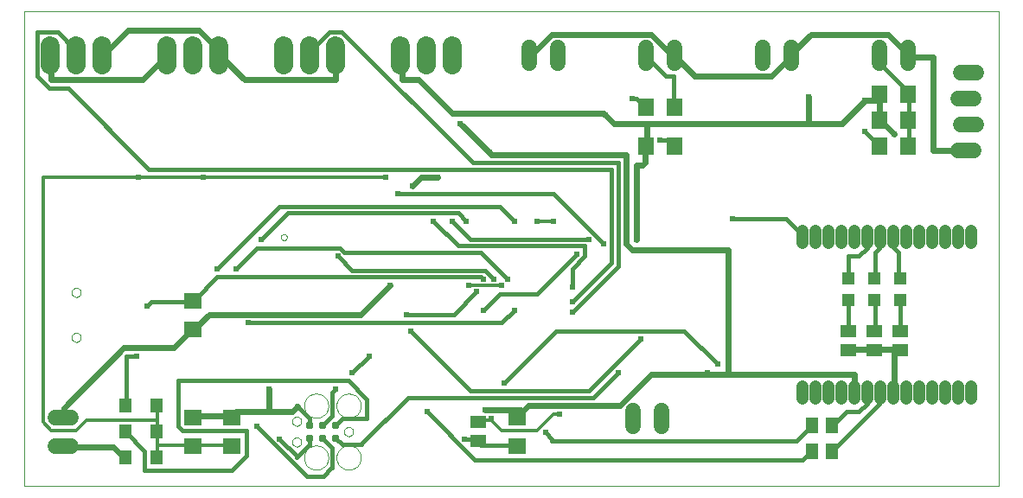
<source format=gbl>
G75*
%MOIN*%
%OFA0B0*%
%FSLAX24Y24*%
%IPPOS*%
%LPD*%
%AMOC8*
5,1,8,0,0,1.08239X$1,22.5*
%
%ADD10C,0.0000*%
%ADD11C,0.0310*%
%ADD12R,0.0709X0.0630*%
%ADD13R,0.0472X0.0551*%
%ADD14R,0.0630X0.0512*%
%ADD15C,0.0476*%
%ADD16R,0.0512X0.0591*%
%ADD17R,0.0472X0.0472*%
%ADD18R,0.0591X0.0512*%
%ADD19C,0.0600*%
%ADD20R,0.0630X0.0709*%
%ADD21C,0.0740*%
%ADD22C,0.0240*%
%ADD23C,0.0160*%
%ADD24C,0.0240*%
%ADD25C,0.0180*%
%ADD26C,0.0120*%
D10*
X003100Y000100D02*
X003100Y018396D01*
X040670Y018396D01*
X040670Y000100D01*
X003100Y000100D01*
X004923Y005834D02*
X004925Y005860D01*
X004931Y005886D01*
X004941Y005911D01*
X004954Y005934D01*
X004970Y005954D01*
X004990Y005972D01*
X005012Y005987D01*
X005035Y005999D01*
X005061Y006007D01*
X005087Y006011D01*
X005113Y006011D01*
X005139Y006007D01*
X005165Y005999D01*
X005189Y005987D01*
X005210Y005972D01*
X005230Y005954D01*
X005246Y005934D01*
X005259Y005911D01*
X005269Y005886D01*
X005275Y005860D01*
X005277Y005834D01*
X005275Y005808D01*
X005269Y005782D01*
X005259Y005757D01*
X005246Y005734D01*
X005230Y005714D01*
X005210Y005696D01*
X005188Y005681D01*
X005165Y005669D01*
X005139Y005661D01*
X005113Y005657D01*
X005087Y005657D01*
X005061Y005661D01*
X005035Y005669D01*
X005011Y005681D01*
X004990Y005696D01*
X004970Y005714D01*
X004954Y005734D01*
X004941Y005757D01*
X004931Y005782D01*
X004925Y005808D01*
X004923Y005834D01*
X004923Y007566D02*
X004925Y007592D01*
X004931Y007618D01*
X004941Y007643D01*
X004954Y007666D01*
X004970Y007686D01*
X004990Y007704D01*
X005012Y007719D01*
X005035Y007731D01*
X005061Y007739D01*
X005087Y007743D01*
X005113Y007743D01*
X005139Y007739D01*
X005165Y007731D01*
X005189Y007719D01*
X005210Y007704D01*
X005230Y007686D01*
X005246Y007666D01*
X005259Y007643D01*
X005269Y007618D01*
X005275Y007592D01*
X005277Y007566D01*
X005275Y007540D01*
X005269Y007514D01*
X005259Y007489D01*
X005246Y007466D01*
X005230Y007446D01*
X005210Y007428D01*
X005188Y007413D01*
X005165Y007401D01*
X005139Y007393D01*
X005113Y007389D01*
X005087Y007389D01*
X005061Y007393D01*
X005035Y007401D01*
X005011Y007413D01*
X004990Y007428D01*
X004970Y007446D01*
X004954Y007466D01*
X004941Y007489D01*
X004931Y007514D01*
X004925Y007540D01*
X004923Y007566D01*
X012982Y009700D02*
X012984Y009721D01*
X012990Y009741D01*
X012999Y009761D01*
X013011Y009778D01*
X013026Y009792D01*
X013044Y009804D01*
X013064Y009812D01*
X013084Y009817D01*
X013105Y009818D01*
X013126Y009815D01*
X013146Y009809D01*
X013165Y009798D01*
X013182Y009785D01*
X013195Y009769D01*
X013206Y009751D01*
X013214Y009731D01*
X013218Y009711D01*
X013218Y009689D01*
X013214Y009669D01*
X013206Y009649D01*
X013195Y009631D01*
X013182Y009615D01*
X013165Y009602D01*
X013146Y009591D01*
X013126Y009585D01*
X013105Y009582D01*
X013084Y009583D01*
X013064Y009588D01*
X013044Y009596D01*
X013026Y009608D01*
X013011Y009622D01*
X012999Y009639D01*
X012990Y009659D01*
X012984Y009679D01*
X012982Y009700D01*
X013883Y003200D02*
X013885Y003243D01*
X013891Y003286D01*
X013901Y003328D01*
X013915Y003369D01*
X013932Y003408D01*
X013953Y003446D01*
X013977Y003481D01*
X014005Y003515D01*
X014035Y003545D01*
X014069Y003573D01*
X014104Y003597D01*
X014142Y003618D01*
X014181Y003635D01*
X014222Y003649D01*
X014264Y003659D01*
X014307Y003665D01*
X014350Y003667D01*
X014393Y003665D01*
X014436Y003659D01*
X014478Y003649D01*
X014519Y003635D01*
X014558Y003618D01*
X014596Y003597D01*
X014631Y003573D01*
X014665Y003545D01*
X014695Y003515D01*
X014723Y003481D01*
X014747Y003446D01*
X014768Y003408D01*
X014785Y003369D01*
X014799Y003328D01*
X014809Y003286D01*
X014815Y003243D01*
X014817Y003200D01*
X014815Y003157D01*
X014809Y003114D01*
X014799Y003072D01*
X014785Y003031D01*
X014768Y002992D01*
X014747Y002954D01*
X014723Y002919D01*
X014695Y002885D01*
X014665Y002855D01*
X014631Y002827D01*
X014596Y002803D01*
X014558Y002782D01*
X014519Y002765D01*
X014478Y002751D01*
X014436Y002741D01*
X014393Y002735D01*
X014350Y002733D01*
X014307Y002735D01*
X014264Y002741D01*
X014222Y002751D01*
X014181Y002765D01*
X014142Y002782D01*
X014104Y002803D01*
X014069Y002827D01*
X014035Y002855D01*
X014005Y002885D01*
X013977Y002919D01*
X013953Y002954D01*
X013932Y002992D01*
X013915Y003031D01*
X013901Y003072D01*
X013891Y003114D01*
X013885Y003157D01*
X013883Y003200D01*
X013425Y002600D02*
X013427Y002626D01*
X013433Y002652D01*
X013442Y002676D01*
X013455Y002699D01*
X013472Y002719D01*
X013491Y002737D01*
X013513Y002752D01*
X013536Y002763D01*
X013561Y002771D01*
X013587Y002775D01*
X013613Y002775D01*
X013639Y002771D01*
X013664Y002763D01*
X013688Y002752D01*
X013709Y002737D01*
X013728Y002719D01*
X013745Y002699D01*
X013758Y002676D01*
X013767Y002652D01*
X013773Y002626D01*
X013775Y002600D01*
X013773Y002574D01*
X013767Y002548D01*
X013758Y002524D01*
X013745Y002501D01*
X013728Y002481D01*
X013709Y002463D01*
X013687Y002448D01*
X013664Y002437D01*
X013639Y002429D01*
X013613Y002425D01*
X013587Y002425D01*
X013561Y002429D01*
X013536Y002437D01*
X013512Y002448D01*
X013491Y002463D01*
X013472Y002481D01*
X013455Y002501D01*
X013442Y002524D01*
X013433Y002548D01*
X013427Y002574D01*
X013425Y002600D01*
X013425Y001800D02*
X013427Y001826D01*
X013433Y001852D01*
X013442Y001876D01*
X013455Y001899D01*
X013472Y001919D01*
X013491Y001937D01*
X013513Y001952D01*
X013536Y001963D01*
X013561Y001971D01*
X013587Y001975D01*
X013613Y001975D01*
X013639Y001971D01*
X013664Y001963D01*
X013688Y001952D01*
X013709Y001937D01*
X013728Y001919D01*
X013745Y001899D01*
X013758Y001876D01*
X013767Y001852D01*
X013773Y001826D01*
X013775Y001800D01*
X013773Y001774D01*
X013767Y001748D01*
X013758Y001724D01*
X013745Y001701D01*
X013728Y001681D01*
X013709Y001663D01*
X013687Y001648D01*
X013664Y001637D01*
X013639Y001629D01*
X013613Y001625D01*
X013587Y001625D01*
X013561Y001629D01*
X013536Y001637D01*
X013512Y001648D01*
X013491Y001663D01*
X013472Y001681D01*
X013455Y001701D01*
X013442Y001724D01*
X013433Y001748D01*
X013427Y001774D01*
X013425Y001800D01*
X013883Y001200D02*
X013885Y001243D01*
X013891Y001286D01*
X013901Y001328D01*
X013915Y001369D01*
X013932Y001408D01*
X013953Y001446D01*
X013977Y001481D01*
X014005Y001515D01*
X014035Y001545D01*
X014069Y001573D01*
X014104Y001597D01*
X014142Y001618D01*
X014181Y001635D01*
X014222Y001649D01*
X014264Y001659D01*
X014307Y001665D01*
X014350Y001667D01*
X014393Y001665D01*
X014436Y001659D01*
X014478Y001649D01*
X014519Y001635D01*
X014558Y001618D01*
X014596Y001597D01*
X014631Y001573D01*
X014665Y001545D01*
X014695Y001515D01*
X014723Y001481D01*
X014747Y001446D01*
X014768Y001408D01*
X014785Y001369D01*
X014799Y001328D01*
X014809Y001286D01*
X014815Y001243D01*
X014817Y001200D01*
X014815Y001157D01*
X014809Y001114D01*
X014799Y001072D01*
X014785Y001031D01*
X014768Y000992D01*
X014747Y000954D01*
X014723Y000919D01*
X014695Y000885D01*
X014665Y000855D01*
X014631Y000827D01*
X014596Y000803D01*
X014558Y000782D01*
X014519Y000765D01*
X014478Y000751D01*
X014436Y000741D01*
X014393Y000735D01*
X014350Y000733D01*
X014307Y000735D01*
X014264Y000741D01*
X014222Y000751D01*
X014181Y000765D01*
X014142Y000782D01*
X014104Y000803D01*
X014069Y000827D01*
X014035Y000855D01*
X014005Y000885D01*
X013977Y000919D01*
X013953Y000954D01*
X013932Y000992D01*
X013915Y001031D01*
X013901Y001072D01*
X013891Y001114D01*
X013885Y001157D01*
X013883Y001200D01*
X015133Y001200D02*
X015135Y001243D01*
X015141Y001286D01*
X015151Y001328D01*
X015165Y001369D01*
X015182Y001408D01*
X015203Y001446D01*
X015227Y001481D01*
X015255Y001515D01*
X015285Y001545D01*
X015319Y001573D01*
X015354Y001597D01*
X015392Y001618D01*
X015431Y001635D01*
X015472Y001649D01*
X015514Y001659D01*
X015557Y001665D01*
X015600Y001667D01*
X015643Y001665D01*
X015686Y001659D01*
X015728Y001649D01*
X015769Y001635D01*
X015808Y001618D01*
X015846Y001597D01*
X015881Y001573D01*
X015915Y001545D01*
X015945Y001515D01*
X015973Y001481D01*
X015997Y001446D01*
X016018Y001408D01*
X016035Y001369D01*
X016049Y001328D01*
X016059Y001286D01*
X016065Y001243D01*
X016067Y001200D01*
X016065Y001157D01*
X016059Y001114D01*
X016049Y001072D01*
X016035Y001031D01*
X016018Y000992D01*
X015997Y000954D01*
X015973Y000919D01*
X015945Y000885D01*
X015915Y000855D01*
X015881Y000827D01*
X015846Y000803D01*
X015808Y000782D01*
X015769Y000765D01*
X015728Y000751D01*
X015686Y000741D01*
X015643Y000735D01*
X015600Y000733D01*
X015557Y000735D01*
X015514Y000741D01*
X015472Y000751D01*
X015431Y000765D01*
X015392Y000782D01*
X015354Y000803D01*
X015319Y000827D01*
X015285Y000855D01*
X015255Y000885D01*
X015227Y000919D01*
X015203Y000954D01*
X015182Y000992D01*
X015165Y001031D01*
X015151Y001072D01*
X015141Y001114D01*
X015135Y001157D01*
X015133Y001200D01*
X015425Y002200D02*
X015427Y002226D01*
X015433Y002252D01*
X015442Y002276D01*
X015455Y002299D01*
X015472Y002319D01*
X015491Y002337D01*
X015513Y002352D01*
X015536Y002363D01*
X015561Y002371D01*
X015587Y002375D01*
X015613Y002375D01*
X015639Y002371D01*
X015664Y002363D01*
X015688Y002352D01*
X015709Y002337D01*
X015728Y002319D01*
X015745Y002299D01*
X015758Y002276D01*
X015767Y002252D01*
X015773Y002226D01*
X015775Y002200D01*
X015773Y002174D01*
X015767Y002148D01*
X015758Y002124D01*
X015745Y002101D01*
X015728Y002081D01*
X015709Y002063D01*
X015687Y002048D01*
X015664Y002037D01*
X015639Y002029D01*
X015613Y002025D01*
X015587Y002025D01*
X015561Y002029D01*
X015536Y002037D01*
X015512Y002048D01*
X015491Y002063D01*
X015472Y002081D01*
X015455Y002101D01*
X015442Y002124D01*
X015433Y002148D01*
X015427Y002174D01*
X015425Y002200D01*
X015133Y003200D02*
X015135Y003243D01*
X015141Y003286D01*
X015151Y003328D01*
X015165Y003369D01*
X015182Y003408D01*
X015203Y003446D01*
X015227Y003481D01*
X015255Y003515D01*
X015285Y003545D01*
X015319Y003573D01*
X015354Y003597D01*
X015392Y003618D01*
X015431Y003635D01*
X015472Y003649D01*
X015514Y003659D01*
X015557Y003665D01*
X015600Y003667D01*
X015643Y003665D01*
X015686Y003659D01*
X015728Y003649D01*
X015769Y003635D01*
X015808Y003618D01*
X015846Y003597D01*
X015881Y003573D01*
X015915Y003545D01*
X015945Y003515D01*
X015973Y003481D01*
X015997Y003446D01*
X016018Y003408D01*
X016035Y003369D01*
X016049Y003328D01*
X016059Y003286D01*
X016065Y003243D01*
X016067Y003200D01*
X016065Y003157D01*
X016059Y003114D01*
X016049Y003072D01*
X016035Y003031D01*
X016018Y002992D01*
X015997Y002954D01*
X015973Y002919D01*
X015945Y002885D01*
X015915Y002855D01*
X015881Y002827D01*
X015846Y002803D01*
X015808Y002782D01*
X015769Y002765D01*
X015728Y002751D01*
X015686Y002741D01*
X015643Y002735D01*
X015600Y002733D01*
X015557Y002735D01*
X015514Y002741D01*
X015472Y002751D01*
X015431Y002765D01*
X015392Y002782D01*
X015354Y002803D01*
X015319Y002827D01*
X015285Y002855D01*
X015255Y002885D01*
X015227Y002919D01*
X015203Y002954D01*
X015182Y002992D01*
X015165Y003031D01*
X015151Y003072D01*
X015141Y003114D01*
X015135Y003157D01*
X015133Y003200D01*
D11*
X015100Y002450D03*
X014600Y002450D03*
X014100Y002450D03*
X014100Y001950D03*
X014600Y001950D03*
X015100Y001950D03*
D12*
X011100Y001649D03*
X011100Y002751D03*
X009600Y002751D03*
X009600Y001649D03*
X009600Y006149D03*
X009600Y007251D03*
X022100Y002751D03*
X022100Y001649D03*
D13*
X008191Y001200D03*
X007009Y001200D03*
X007009Y002200D03*
X008191Y002200D03*
X008191Y003200D03*
X007009Y003200D03*
D14*
X020600Y002574D03*
X020600Y001826D03*
D15*
X033100Y003462D02*
X033100Y003938D01*
X033600Y003938D02*
X033600Y003462D01*
X034100Y003462D02*
X034100Y003938D01*
X034600Y003938D02*
X034600Y003462D01*
X035100Y003462D02*
X035100Y003938D01*
X035600Y003938D02*
X035600Y003462D01*
X036100Y003462D02*
X036100Y003938D01*
X036600Y003938D02*
X036600Y003462D01*
X037100Y003462D02*
X037100Y003938D01*
X037600Y003938D02*
X037600Y003462D01*
X038100Y003462D02*
X038100Y003938D01*
X038600Y003938D02*
X038600Y003462D01*
X039100Y003462D02*
X039100Y003938D01*
X039600Y003938D02*
X039600Y003462D01*
X039600Y009462D02*
X039600Y009938D01*
X039100Y009938D02*
X039100Y009462D01*
X038600Y009462D02*
X038600Y009938D01*
X038100Y009938D02*
X038100Y009462D01*
X037600Y009462D02*
X037600Y009938D01*
X037100Y009938D02*
X037100Y009462D01*
X036600Y009462D02*
X036600Y009938D01*
X036100Y009938D02*
X036100Y009462D01*
X035600Y009462D02*
X035600Y009938D01*
X035100Y009938D02*
X035100Y009462D01*
X034600Y009462D02*
X034600Y009938D01*
X034100Y009938D02*
X034100Y009462D01*
X033600Y009462D02*
X033600Y009938D01*
X033100Y009938D02*
X033100Y009462D01*
D16*
X033476Y002450D03*
X034224Y002450D03*
X034224Y001450D03*
X033476Y001450D03*
D17*
X034850Y007287D03*
X035850Y007287D03*
X036850Y007287D03*
X036850Y008113D03*
X035850Y008113D03*
X034850Y008113D03*
D18*
X034850Y006074D03*
X034850Y005326D03*
X035850Y005326D03*
X035850Y006074D03*
X036850Y006074D03*
X036850Y005326D03*
D19*
X027650Y003000D02*
X027650Y002400D01*
X026550Y002400D02*
X026550Y003000D01*
X039080Y013040D02*
X039680Y013040D01*
X039780Y014040D02*
X039180Y014040D01*
X039080Y015040D02*
X039680Y015040D01*
X039780Y016040D02*
X039180Y016040D01*
X037150Y016400D02*
X037150Y017000D01*
X036050Y017000D02*
X036050Y016400D01*
X032650Y016400D02*
X032650Y017000D01*
X031550Y017000D02*
X031550Y016400D01*
X028150Y016400D02*
X028150Y017000D01*
X027050Y017000D02*
X027050Y016400D01*
X023650Y016400D02*
X023650Y017000D01*
X022550Y017000D02*
X022550Y016400D01*
X004900Y002750D02*
X004300Y002750D01*
X004300Y001650D02*
X004900Y001650D01*
D20*
X027049Y013200D03*
X028151Y013200D03*
X028151Y014700D03*
X027049Y014700D03*
X036049Y014200D03*
X036049Y015200D03*
X037151Y015200D03*
X037151Y014200D03*
X037151Y013200D03*
X036049Y013200D03*
D21*
X019600Y016330D02*
X019600Y017070D01*
X018600Y017070D02*
X018600Y016330D01*
X017600Y016330D02*
X017600Y017070D01*
X015100Y017070D02*
X015100Y016330D01*
X014100Y016330D02*
X014100Y017070D01*
X013100Y017070D02*
X013100Y016330D01*
X010600Y016330D02*
X010600Y017070D01*
X009600Y017070D02*
X009600Y016330D01*
X008600Y016330D02*
X008600Y017070D01*
X006100Y017070D02*
X006100Y016330D01*
X005100Y016330D02*
X005100Y017070D01*
X004100Y017070D02*
X004100Y016330D01*
D22*
X004140Y016640D02*
X004100Y016700D01*
X004140Y016640D02*
X004140Y015760D01*
X007660Y015760D01*
X008600Y016700D01*
X009820Y017680D02*
X007100Y017680D01*
X006140Y016720D01*
X006100Y016700D01*
X009820Y017680D02*
X010540Y016960D01*
X010540Y016720D01*
X010600Y016700D01*
X010700Y016640D01*
X011580Y015760D01*
X015100Y015760D01*
X015100Y016700D01*
X017600Y016700D02*
X017660Y016640D01*
X017660Y015760D01*
X018300Y015760D01*
X019580Y014480D01*
X025420Y014480D01*
X025500Y014400D01*
X025820Y014080D01*
X027100Y014080D01*
X033340Y014080D01*
X033340Y015120D01*
X033340Y014080D02*
X034620Y014080D01*
X035500Y014960D01*
X035980Y014960D01*
X036049Y015200D01*
X036060Y015200D01*
X036060Y014240D01*
X036049Y014200D01*
X036140Y014160D01*
X036620Y013680D01*
X038140Y013040D02*
X039380Y013040D01*
X038140Y013040D02*
X038140Y016640D01*
X037180Y016640D01*
X037150Y016700D01*
X037100Y016800D01*
X036380Y017520D01*
X033420Y017520D01*
X032700Y016800D01*
X032650Y016700D01*
X032620Y016640D01*
X031900Y015920D01*
X028940Y015920D01*
X028220Y016640D01*
X028150Y016700D01*
X028060Y016720D01*
X027260Y017520D01*
X023420Y017520D01*
X022620Y016720D01*
X022550Y016700D01*
X019900Y014080D02*
X021020Y012960D01*
X021100Y012880D01*
X026300Y012880D01*
X026300Y009440D01*
X026540Y009200D01*
X030220Y009200D01*
X030220Y004400D01*
X035100Y004400D01*
X035100Y003700D01*
X036600Y003700D02*
X036620Y003760D01*
X036620Y005280D01*
X036850Y005326D01*
X036780Y005360D01*
X035900Y005360D01*
X035850Y005326D01*
X035820Y005360D01*
X034860Y005360D01*
X034850Y005326D01*
X030220Y004400D02*
X029420Y004400D01*
X029420Y004480D01*
X029420Y004400D02*
X027260Y004400D01*
X026060Y003200D01*
X024300Y003200D01*
X022540Y003200D01*
X022140Y002800D01*
X022100Y002751D01*
X022220Y003040D01*
X020860Y003040D01*
X016060Y006720D02*
X010220Y006720D01*
X009660Y006160D01*
X009600Y006149D01*
X009500Y006080D01*
X008860Y005440D01*
X006940Y005440D01*
X004620Y003120D01*
X004620Y002800D01*
X004600Y002750D01*
X004600Y001650D02*
X004620Y001600D01*
X006540Y001600D01*
X006940Y001200D01*
X007009Y001200D01*
X009600Y002751D02*
X009660Y002800D01*
X011020Y002800D01*
X011100Y002751D01*
X011100Y002800D01*
X011260Y002960D01*
X012540Y002960D01*
X012540Y003840D01*
X013420Y002960D02*
X013630Y003170D01*
X013420Y002960D02*
X012540Y002960D01*
X016060Y006720D02*
X017180Y007840D01*
X018060Y011680D02*
X018380Y012000D01*
X019020Y012000D01*
X026700Y012480D02*
X026700Y009600D01*
X026700Y012480D02*
X026940Y012480D01*
X027020Y012560D01*
X027020Y013120D01*
X027049Y013200D01*
X027100Y013200D01*
X027100Y014080D01*
D23*
X014975Y003700D02*
X014975Y002825D01*
X014600Y002450D01*
X014100Y002450D02*
X014100Y002700D01*
X013630Y003170D01*
X013600Y003200D01*
X015100Y002450D02*
X015350Y002700D01*
X016100Y002700D01*
X016100Y001700D02*
X015350Y001700D01*
X015100Y001950D01*
X014975Y001575D02*
X014975Y000825D01*
X014975Y001575D02*
X014600Y001950D01*
X014100Y001950D02*
X014100Y001700D01*
X013630Y001230D01*
X013600Y001200D01*
D24*
X012940Y001920D03*
X012060Y002400D03*
X012540Y003840D03*
X015100Y003840D03*
X015740Y004480D03*
X016380Y005120D03*
X017980Y006080D03*
X017820Y006720D03*
X017180Y007840D03*
X015180Y008960D03*
X012220Y009600D03*
X011260Y008480D03*
X010540Y008480D03*
X007820Y007040D03*
X007420Y005120D03*
X011740Y006400D03*
X018620Y002960D03*
X020060Y001920D03*
X021100Y002720D03*
X020860Y003040D03*
X021580Y004080D03*
X023740Y002880D03*
X024300Y003200D03*
X023180Y002160D03*
X025980Y004480D03*
X026860Y005760D03*
X024220Y006800D03*
X024220Y007200D03*
X024220Y007760D03*
X024380Y009040D03*
X024860Y009600D03*
X025420Y009440D03*
X026700Y009600D03*
X023500Y010320D03*
X022860Y010320D03*
X021980Y010320D03*
X020140Y010320D03*
X019580Y010320D03*
X018860Y010320D03*
X017500Y011360D03*
X018060Y011680D03*
X019020Y012000D03*
X017020Y012000D03*
X019900Y014080D03*
X021020Y012960D03*
X025500Y014400D03*
X026540Y015040D03*
X027580Y013440D03*
X027020Y012560D03*
X030380Y010400D03*
X035500Y013760D03*
X036620Y013680D03*
X035500Y014960D03*
X033340Y015120D03*
X021740Y008080D03*
X021500Y007840D03*
X021180Y008080D03*
X020780Y008080D03*
X020540Y007600D03*
X020220Y007840D03*
X020780Y006880D03*
X021980Y006880D03*
X029420Y004480D03*
X029820Y004800D03*
X009980Y012000D03*
X007500Y012000D03*
D25*
X007900Y012320D02*
X004780Y015440D01*
X004060Y015440D01*
X003580Y015920D01*
X003580Y017600D01*
X004380Y017600D01*
X005100Y016880D01*
X005100Y016700D01*
X007900Y012320D02*
X025740Y012320D01*
X025740Y008720D01*
X024220Y007200D01*
X024220Y006800D02*
X025980Y008560D01*
X025980Y012560D01*
X020380Y012560D01*
X015340Y017600D01*
X014860Y017600D01*
X014140Y016880D01*
X014140Y016720D01*
X014100Y016700D01*
X017500Y011360D02*
X023500Y011360D01*
X025420Y009440D01*
X024860Y009600D02*
X020300Y009600D01*
X019580Y010320D01*
X019820Y010640D02*
X013260Y010640D01*
X012220Y009600D01*
X012060Y009280D02*
X011260Y008480D01*
X010540Y008480D02*
X012940Y010880D01*
X021420Y010880D01*
X021980Y010320D01*
X020700Y009120D02*
X015420Y009120D01*
X015260Y009280D01*
X012060Y009280D01*
X010540Y008160D02*
X009660Y007280D01*
X009600Y007251D01*
X009580Y007200D01*
X007980Y007200D01*
X007820Y007040D01*
X007420Y005120D02*
X007020Y005120D01*
X007020Y003200D01*
X007009Y003200D01*
X007009Y002200D02*
X007020Y002160D01*
X007740Y001440D01*
X007740Y000720D01*
X011100Y000720D01*
X011660Y001280D01*
X011660Y002240D01*
X009180Y002240D01*
X009020Y002400D01*
X009020Y004160D01*
X015580Y004160D01*
X016300Y003440D01*
X016300Y002720D01*
X016140Y002720D01*
X016100Y002700D01*
X016140Y001760D02*
X016100Y001700D01*
X016140Y001760D02*
X017900Y003520D01*
X025020Y003520D01*
X025980Y004480D01*
X024860Y003760D02*
X026860Y005760D01*
X028540Y006080D02*
X023580Y006080D01*
X021580Y004080D01*
X020300Y003760D02*
X024860Y003760D01*
X023180Y002160D02*
X023420Y001920D01*
X023420Y001840D01*
X032860Y001840D01*
X033420Y002400D01*
X033476Y002450D01*
X034224Y002450D02*
X034300Y002480D01*
X034780Y002960D01*
X035260Y002960D01*
X035580Y003280D01*
X035580Y003680D01*
X035600Y003700D01*
X036060Y003680D02*
X036060Y003280D01*
X034300Y001520D01*
X034224Y001450D01*
X033476Y001450D02*
X033420Y001440D01*
X033100Y001120D01*
X020460Y001120D01*
X018620Y002960D01*
X020060Y001920D02*
X020460Y001920D01*
X020540Y001840D01*
X020600Y001826D01*
X020620Y001760D01*
X020700Y001680D01*
X022060Y001680D01*
X022100Y001649D01*
X020300Y003760D02*
X017980Y006080D01*
X017820Y006720D02*
X019660Y006720D01*
X020540Y007600D01*
X020780Y008080D02*
X020700Y008160D01*
X010540Y008160D01*
X011740Y006400D02*
X021500Y006400D01*
X021980Y006880D01*
X021420Y007520D02*
X022860Y007520D01*
X024380Y009040D01*
X024700Y008960D02*
X024220Y008480D01*
X024220Y007760D01*
X024700Y008960D02*
X024700Y009360D01*
X019820Y009360D01*
X018860Y010320D01*
X019820Y010640D02*
X020140Y010320D01*
X020700Y009120D02*
X021740Y008080D01*
X021420Y007520D02*
X020780Y006880D01*
X021180Y008080D02*
X020860Y008400D01*
X015740Y008400D01*
X015180Y008960D01*
X016380Y005120D02*
X015740Y004480D01*
X015100Y003840D02*
X015020Y003760D01*
X014975Y003700D01*
X012940Y001920D02*
X013630Y001230D01*
X013980Y000480D02*
X014620Y000480D01*
X014940Y000800D01*
X014975Y000825D01*
X013980Y000480D02*
X012060Y002400D01*
X027580Y013440D02*
X027900Y013440D01*
X028140Y013200D01*
X028151Y013200D01*
X028151Y014700D02*
X028140Y014720D01*
X028140Y015920D01*
X027820Y015920D01*
X027100Y016640D01*
X027050Y016700D01*
X026700Y015040D02*
X026540Y015040D01*
X026700Y015040D02*
X027020Y014720D01*
X027049Y014700D01*
X030380Y010400D02*
X032460Y010400D01*
X033100Y009760D01*
X033100Y009700D01*
X034860Y008960D02*
X034860Y008160D01*
X034850Y008113D01*
X034860Y008960D02*
X035260Y008960D01*
X035580Y009280D01*
X035580Y009680D01*
X035600Y009700D01*
X036060Y009680D02*
X036060Y009280D01*
X035900Y009120D01*
X035900Y008160D01*
X035850Y008113D01*
X036780Y008160D02*
X036780Y009120D01*
X036620Y009280D01*
X036620Y009680D01*
X036600Y009700D01*
X036100Y009700D02*
X036060Y009680D01*
X036780Y008160D02*
X036850Y008113D01*
X036850Y007287D02*
X036860Y007280D01*
X036860Y006080D01*
X036850Y006074D01*
X035900Y006080D02*
X035850Y006074D01*
X035900Y006080D02*
X035900Y007280D01*
X035850Y007287D01*
X034860Y007280D02*
X034850Y007287D01*
X034860Y007280D02*
X034860Y006080D01*
X034850Y006074D01*
X036060Y003680D02*
X036100Y003700D01*
X029820Y004800D02*
X028540Y006080D01*
X036049Y013200D02*
X036060Y013200D01*
X035500Y013760D01*
X037151Y014200D02*
X037180Y014160D01*
X037180Y013200D01*
X037151Y013200D01*
X037151Y014200D02*
X037180Y014240D01*
X037180Y015200D01*
X037151Y015200D01*
X037180Y015280D01*
X036060Y016400D01*
X036060Y016640D01*
X036050Y016700D01*
D26*
X023500Y010320D02*
X022860Y010320D01*
X021500Y007840D02*
X020220Y007840D01*
X017020Y012000D02*
X009980Y012000D01*
X007500Y012000D01*
X003820Y012000D01*
X003820Y002560D01*
X004140Y002240D01*
X005100Y002240D01*
X005500Y002640D01*
X008220Y002640D01*
X008220Y003200D01*
X008191Y003200D01*
X008220Y002640D02*
X008220Y002240D01*
X008191Y002200D01*
X008220Y002160D01*
X008220Y001680D01*
X009580Y001680D01*
X009600Y001649D01*
X009660Y001680D01*
X011100Y001680D01*
X011100Y001649D01*
X008220Y001680D02*
X008220Y001200D01*
X008191Y001200D01*
X020600Y002574D02*
X020620Y002640D01*
X021020Y002640D01*
X021100Y002720D01*
X021100Y002640D01*
X021500Y002240D01*
X022860Y002240D01*
X023500Y002880D01*
X023740Y002880D01*
M02*

</source>
